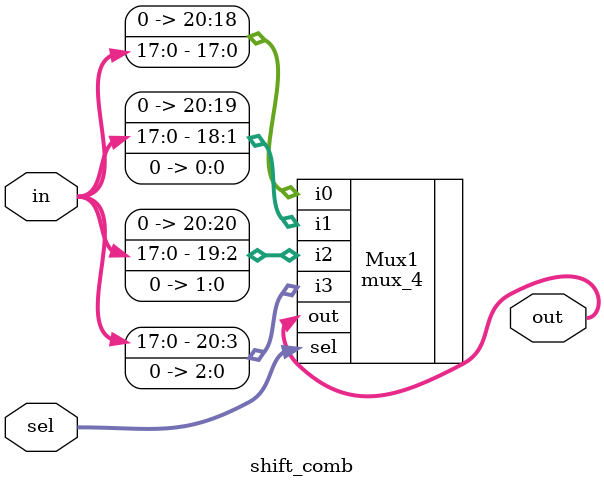
<source format=v>
module shift_comb (
    in,
    out,
    sel
);

input       [17:0]  in;
output      [20:0]  out;
input       [1:0]   sel;

mux_4
# (
    .N(21)
)
Mux1
(
    .i0({3'b000, in}),
    .i1({2'b00, in, 1'b0}),
    .i2({1'b0, in, 2'b00}),
    .i3({in, 3'b000}),
    .sel(sel),
    .out(out)
);

endmodule
</source>
